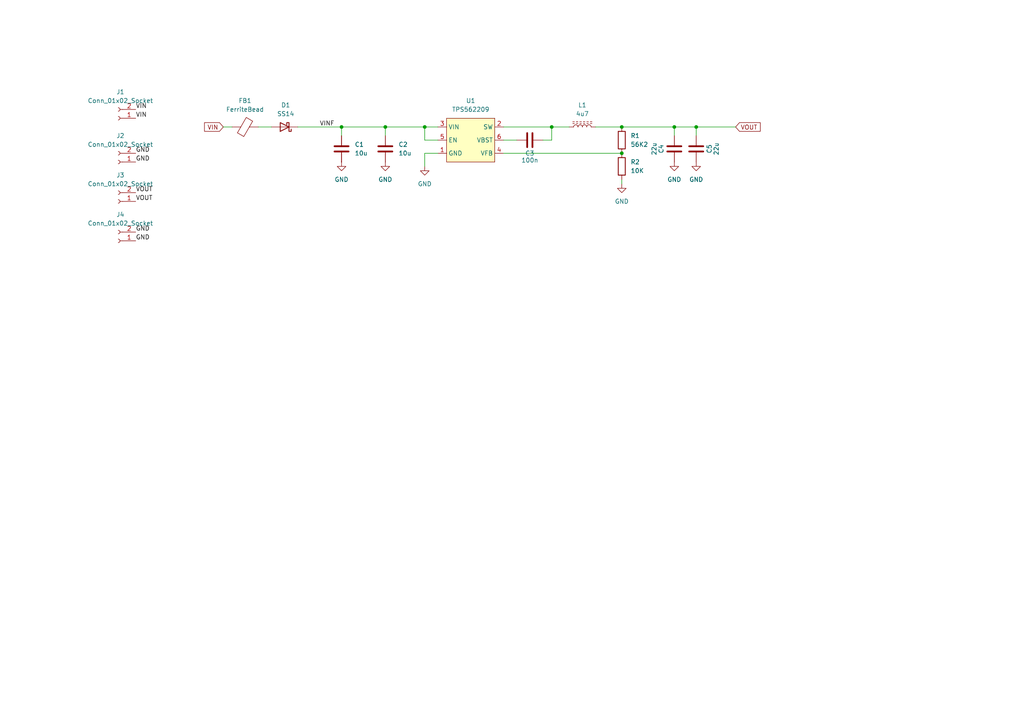
<source format=kicad_sch>
(kicad_sch (version 20250114) (generator "eeschema") (generator_version "9.0")
  (paper "A4")
  (title_block (title "5V Step-Down Converter (TPS562209)") (date "2025-03-06") (rev "1.0"))
  (lib_symbols
    (symbol "Connector:Conn_01x02_Socket" (pin_names (offset 1.016) (hide yes))
      (property "Reference" "J" (at 0 2.54 0))
      (property "Value" "Conn_01x02_Socket" (at 0 -5.08 0))
      (symbol "Conn_01x02_Socket_1_1"
        (polyline (pts (xy -1.27 0) (xy -0.508 0)) (stroke (width 0.1524)))
        (polyline (pts (xy -1.27 -2.54) (xy -0.508 -2.54)) (stroke (width 0.1524)))
        (arc (start 0 -0.508) (mid -0.5058 0) (end 0 0.508) (stroke (width 0.1524)))
        (arc (start 0 -3.048) (mid -0.5058 -2.54) (end 0 -2.032) (stroke (width 0.1524)))
        (pin passive line (at -5.08 0 0) (length 3.81) (name "Pin_1") (number "1"))
        (pin passive line (at -5.08 -2.54 0) (length 3.81) (name "Pin_2") (number "2"))
      )
    )
    (symbol "Device:C" (pin_numbers (hide yes)) (pin_names (offset 0.254))
      (property "Reference" "C" (at 0.635 2.54 0))
      (property "Value" "C" (at 0.635 -2.54 0))
      (symbol "C_0_1"
        (polyline (pts (xy -2.032 0.762) (xy 2.032 0.762)) (stroke (width 0.508)))
        (polyline (pts (xy -2.032 -0.762) (xy 2.032 -0.762)) (stroke (width 0.508)))
      )
      (symbol "C_1_1"
        (pin passive line (at 0 3.81 270) (length 2.794) (name "~") (number "1"))
        (pin passive line (at 0 -3.81 90) (length 2.794) (name "~") (number "2"))
      )
    )
    (symbol "Device:FerriteBead" (pin_numbers (hide yes)) (pin_names (offset 0))
      (property "Reference" "FB" (at -3.81 0.635 90))
      (property "Value" "FerriteBead" (at 3.81 0 90))
      (symbol "FerriteBead_0_1"
        (polyline (pts (xy -2.7686 0.4064) (xy -1.7018 2.2606) (xy 2.7686 -0.3048) (xy 1.6764 -2.159) (xy -2.7686 0.4064)))
        (polyline (pts (xy 0 1.27) (xy 0 1.2954)))
        (polyline (pts (xy 0 -1.27) (xy 0 -1.2192)))
      )
      (symbol "FerriteBead_1_1"
        (pin passive line (at 0 3.81 270) (length 2.54) (name "~") (number "1"))
        (pin passive line (at 0 -3.81 90) (length 2.54) (name "~") (number "2"))
      )
    )
    (symbol "Device:L_Ferrite" (pin_numbers (hide yes)) (pin_names (offset 1.016) (hide yes))
      (property "Reference" "L" (at -1.27 0 90))
      (property "Value" "L_Ferrite" (at 2.794 0 90))
      (symbol "L_Ferrite_0_1"
        (arc (start 0 2.54) (mid 0.6323 1.905) (end 0 1.27))
        (arc (start 0 1.27) (mid 0.6323 0.635) (end 0 0))
        (arc (start 0 0) (mid 0.6323 -0.635) (end 0 -1.27))
        (arc (start 0 -1.27) (mid 0.6323 -1.905) (end 0 -2.54))
        (polyline (pts (xy 1.016 2.286) (xy 1.016 2.794)))
        (polyline (pts (xy 1.016 1.27) (xy 1.016 1.778)))
        (polyline (pts (xy 1.016 0.254) (xy 1.016 0.762)))
        (polyline (pts (xy 1.016 -0.762) (xy 1.016 -0.254)))
        (polyline (pts (xy 1.016 -1.778) (xy 1.016 -1.27)))
        (polyline (pts (xy 1.016 -2.794) (xy 1.016 -2.286)))
        (polyline (pts (xy 1.524 2.794) (xy 1.524 2.286)))
        (polyline (pts (xy 1.524 1.778) (xy 1.524 1.27)))
        (polyline (pts (xy 1.524 0.762) (xy 1.524 0.254)))
        (polyline (pts (xy 1.524 -0.254) (xy 1.524 -0.762)))
        (polyline (pts (xy 1.524 -1.27) (xy 1.524 -1.778)))
        (polyline (pts (xy 1.524 -2.286) (xy 1.524 -2.794)))
      )
      (symbol "L_Ferrite_1_1"
        (pin passive line (at 0 3.81 270) (length 1.27) (name "1") (number "1"))
        (pin passive line (at 0 -3.81 90) (length 1.27) (name "2") (number "2"))
      )
    )
    (symbol "Device:R" (pin_numbers (hide yes)) (pin_names (offset 0))
      (property "Reference" "R" (at 2.032 0 90))
      (property "Value" "R" (at 0 0 90))
      (symbol "R_0_1"
        (rectangle (start -1.016 -2.54) (end 1.016 2.54) (stroke (width 0.254)))
      )
      (symbol "R_1_1"
        (pin passive line (at 0 3.81 270) (length 1.27) (name "~") (number "1"))
        (pin passive line (at 0 -3.81 90) (length 1.27) (name "~") (number "2"))
      )
    )
    (symbol "Diode:SS14" (pin_numbers (hide yes)) (pin_names (offset 1.016) (hide yes))
      (property "Reference" "D" (at 0 2.54 0))
      (property "Value" "SS14" (at 0 -2.54 0))
      (symbol "SS14_0_1"
        (polyline (pts (xy -1.905 0.635) (xy -1.905 1.27) (xy -1.27 1.27) (xy -1.27 -1.27) (xy -0.635 -1.27) (xy -0.635 -0.635)) (stroke (width 0.254)))
        (polyline (pts (xy 1.27 1.27) (xy 1.27 -1.27) (xy -1.27 0) (xy 1.27 1.27)) (stroke (width 0.254)))
        (polyline (pts (xy 1.27 0) (xy -1.27 0)))
      )
      (symbol "SS14_1_1"
        (pin passive line (at -3.81 0 0) (length 2.54) (name "K") (number "1"))
        (pin passive line (at 3.81 0 180) (length 2.54) (name "A") (number "2"))
      )
    )
    (symbol "Fijas_Library:TPS562209"
      (property "Reference" "U" (at -0.762 9.906 0))
      (property "Value" "TPS562209" (at -0.762 7.62 0))
      (symbol "TPS562209_1_1"
        (rectangle (start -7.62 6.35) (end 6.35 -6.35) (fill (type color) (color 255 255 194 1)))
        (pin power_in line (at -10.16 3.81 0) (length 2.54) (name "VIN") (number "3"))
        (pin input line (at -10.16 0 0) (length 2.54) (name "EN") (number "5"))
        (pin power_in line (at -10.16 -3.81 0) (length 2.54) (name "GND") (number "1"))
        (pin output line (at 8.89 3.81 180) (length 2.54) (name "SW") (number "2"))
        (pin input line (at 8.89 0 180) (length 2.54) (name "VBST") (number "6"))
        (pin input line (at 8.89 -3.81 180) (length 2.54) (name "VFB") (number "4"))
      )
    )
    (symbol "power:GND" (power) (pin_numbers (hide yes)) (pin_names (offset 0) (hide yes))
      (property "Value" "GND" (at 0 -3.81 0))
      (symbol "GND_0_1"
        (polyline (pts (xy 0 0) (xy 0 -1.27) (xy 1.27 -1.27) (xy 0 -2.54) (xy -1.27 -1.27) (xy 0 -1.27)))
      )
      (symbol "GND_1_1"
        (pin power_in line (at 0 0 270) (length 0) (name "~") (number "1"))
      )
    )
  )
  (junction (at 160.02 36.83))
  (junction (at 180.34 44.45))
  (junction (at 195.58 36.83))
  (junction (at 123.19 36.83))
  (junction (at 111.76 36.83))
  (junction (at 201.93 36.83))
  (junction (at 99.06 36.83))
  (junction (at 180.34 36.83))
  (wire (pts (xy 201.93 36.83) (xy 213.36 36.83)))
  (wire (pts (xy 146.05 40.64) (xy 149.86 40.64)))
  (wire (pts (xy 123.19 40.64) (xy 127 40.64)))
  (wire (pts (xy 195.58 39.37) (xy 195.58 36.83)))
  (wire (pts (xy 111.76 36.83) (xy 111.76 39.37)))
  (wire (pts (xy 201.93 39.37) (xy 201.93 36.83)))
  (wire (pts (xy 111.76 36.83) (xy 123.19 36.83)))
  (wire (pts (xy 201.93 36.83) (xy 195.58 36.83)))
  (wire (pts (xy 195.58 36.83) (xy 180.34 36.83)))
  (wire (pts (xy 127 36.83) (xy 123.19 36.83)))
  (wire (pts (xy 146.05 44.45) (xy 180.34 44.45)))
  (wire (pts (xy 172.72 36.83) (xy 180.34 36.83)))
  (wire (pts (xy 160.02 40.64) (xy 160.02 36.83)))
  (wire (pts (xy 86.36 36.83) (xy 99.06 36.83)))
  (wire (pts (xy 123.19 44.45) (xy 127 44.45)))
  (wire (pts (xy 160.02 36.83) (xy 146.05 36.83)))
  (wire (pts (xy 64.77 36.83) (xy 67.31 36.83)))
  (wire (pts (xy 157.48 40.64) (xy 160.02 40.64)))
  (wire (pts (xy 74.93 36.83) (xy 78.74 36.83)))
  (wire (pts (xy 99.06 39.37) (xy 99.06 36.83)))
  (wire (pts (xy 123.19 48.26) (xy 123.19 44.45)))
  (wire (pts (xy 99.06 36.83) (xy 111.76 36.83)))
  (wire (pts (xy 160.02 36.83) (xy 165.1 36.83)))
  (wire (pts (xy 180.34 52.07) (xy 180.34 53.34)))
  (wire (pts (xy 123.19 36.83) (xy 123.19 40.64)))
  (label "VINF" (at 92.71 36.83 0))
  (label "VOUT" (at 39.37 58.42 0))
  (label "VIN" (at 39.37 31.75 0))
  (label "VOUT" (at 39.37 55.88 0))
  (label "VIN" (at 39.37 34.29 0))
  (label "GND" (at 39.37 44.45 0))
  (label "GND" (at 39.37 46.99 0))
  (label "GND" (at 39.37 69.85 0))
  (label "GND" (at 39.37 67.31 0))
  (global_label "VOUT" (shape input) (at 213.36 36.83 0) (property "Intersheetrefs" "${INTERSHEET_REFS}" (effects (hide yes))))
  (global_label "VIN" (shape input) (at 64.77 36.83 180) (property "Intersheetrefs" "${INTERSHEET_REFS}" (effects (hide yes))))
  (symbol (lib_id "Connector:Conn_01x02_Socket") (at 34.29 46.99 180) (unit 1)
    (property "Reference" "J2" (at 34.925 39.37 0))
    (property "Value" "Conn_01x02_Socket" (at 34.925 41.91 0))
    (property "Footprint" "Connector_PinHeader_2.54mm:PinHeader_1x02_P2.54mm_Vertical" (effects (hide yes)))
    (property "Description" "Generic connector, single row, 01x02, script generated" (effects (hide yes)))
  )
  (symbol (lib_id "Connector:Conn_01x02_Socket") (at 34.29 34.29 180) (unit 1)
    (property "Reference" "J1" (at 34.925 26.67 0))
    (property "Value" "Conn_01x02_Socket" (at 34.925 29.21 0))
    (property "Footprint" "Connector_PinHeader_2.54mm:PinHeader_1x02_P2.54mm_Vertical" (effects (hide yes)))
    (property "Description" "Generic connector, single row, 01x02, script generated" (effects (hide yes)))
  )
  (symbol (lib_id "Device:R") (at 180.34 40.64 0) (unit 1)
    (property "Reference" "R1" (at 182.88 39.3699 0) (effects (justify left)))
    (property "Value" "56K2" (at 182.88 41.9099 0) (effects (justify left)))
    (property "Footprint" "Resistor_SMD:R_0805_2012Metric_Pad1.20x1.40mm_HandSolder" (effects (hide yes)))
    (property "Description" "Resistor" (effects (hide yes)))
  )
  (symbol (lib_id "Fijas_Library:TPS562209") (at 137.16 40.64 0) (unit 1)
    (property "Reference" "U1" (at 136.525 29.21 0))
    (property "Value" "TPS562209" (at 136.525 31.75 0))
    (property "Footprint" "Package_TO_SOT_SMD:SOT-23-6_Handsoldering" (effects (hide yes)))
    (property "Datasheet" "https://www.lcsc.com/datasheet/lcsc_datasheet_2410010131_Texas-Instruments-TPS562209DDCR_C411814.pdf" (effects (hide yes)))
    (property "Description" "2A Synchronous Step-Down Voltage Regulator" (effects (hide yes)))
  )
  (symbol (lib_id "power:GND") (at 99.06 46.99 0) (unit 1)
    (property "Reference" "#PWR02" (effects (hide yes)))
    (property "Value" "GND" (at 99.06 52.07 0))
    (property "Description" "Power symbol creates a global label with name \"GND\" , ground" (effects (hide yes)))
  )
  (symbol (lib_id "Connector:Conn_01x02_Socket") (at 34.29 69.85 180) (unit 1)
    (property "Reference" "J4" (at 34.925 62.23 0))
    (property "Value" "Conn_01x02_Socket" (at 34.925 64.77 0))
    (property "Footprint" "Connector_PinHeader_2.54mm:PinHeader_1x02_P2.54mm_Vertical" (effects (hide yes)))
    (property "Description" "Generic connector, single row, 01x02, script generated" (effects (hide yes)))
  )
  (symbol (lib_id "Device:C") (at 153.67 40.64 270) (unit 1)
    (property "Reference" "C3" (at 153.67 44.45 90))
    (property "Value" "100n" (at 153.67 46.482 90))
    (property "Footprint" "Capacitor_SMD:C_0805_2012Metric_Pad1.18x1.45mm_HandSolder" (effects (hide yes)))
    (property "Description" "Unpolarized capacitor" (effects (hide yes)))
  )
  (symbol (lib_id "Device:C") (at 111.76 43.18 0) (unit 1)
    (property "Reference" "C2" (at 115.57 41.9099 0) (effects (justify left)))
    (property "Value" "10u" (at 115.57 44.4499 0) (effects (justify left)))
    (property "Footprint" "Capacitor_SMD:C_0805_2012Metric_Pad1.18x1.45mm_HandSolder" (effects (hide yes)))
    (property "Description" "Unpolarized capacitor" (effects (hide yes)))
  )
  (symbol (lib_id "Diode:SS14") (at 82.55 36.83 180) (unit 1)
    (property "Reference" "D1" (at 82.8675 30.48 0))
    (property "Value" "SS14" (at 82.8675 33.02 0))
    (property "Footprint" "Diode_SMD:D_SMA" (effects (hide yes)))
    (property "Datasheet" "https://www.vishay.com/docs/88746/ss12.pdf" (effects (hide yes)))
    (property "Description" "40V 1A Schottky Diode, SMA" (effects (hide yes)))
  )
  (symbol (lib_id "Device:C") (at 195.58 43.18 180) (unit 1)
    (property "Reference" "C4" (at 191.77 43.18 90))
    (property "Value" "22u" (at 189.738 43.18 90))
    (property "Footprint" "Capacitor_SMD:C_0805_2012Metric_Pad1.18x1.45mm_HandSolder" (effects (hide yes)))
    (property "Description" "Unpolarized capacitor" (effects (hide yes)))
  )
  (symbol (lib_id "Device:L_Ferrite") (at 168.91 36.83 90) (unit 1)
    (property "Reference" "L1" (at 168.91 30.48 90))
    (property "Value" "4u7" (at 168.91 33.02 90))
    (property "Footprint" "Inductor_SMD:L_Bourns_SRN6045TA" (effects (hide yes)))
    (property "Description" "Inductor with ferrite core" (effects (hide yes)))
  )
  (symbol (lib_id "power:GND") (at 195.58 46.99 0) (unit 1)
    (property "Reference" "#PWR05" (effects (hide yes)))
    (property "Value" "GND" (at 195.58 52.07 0))
    (property "Description" "Power symbol creates a global label with name \"GND\" , ground" (effects (hide yes)))
  )
  (symbol (lib_id "power:GND") (at 201.93 46.99 0) (unit 1)
    (property "Reference" "#PWR06" (effects (hide yes)))
    (property "Value" "GND" (at 201.93 52.07 0))
    (property "Description" "Power symbol creates a global label with name \"GND\" , ground" (effects (hide yes)))
  )
  (symbol (lib_id "Connector:Conn_01x02_Socket") (at 34.29 58.42 180) (unit 1)
    (property "Reference" "J3" (at 34.925 50.8 0))
    (property "Value" "Conn_01x02_Socket" (at 34.925 53.34 0))
    (property "Footprint" "Connector_PinHeader_2.54mm:PinHeader_1x02_P2.54mm_Vertical" (effects (hide yes)))
    (property "Description" "Generic connector, single row, 01x02, script generated" (effects (hide yes)))
  )
  (symbol (lib_id "Device:FerriteBead") (at 71.12 36.83 90) (unit 1)
    (property "Reference" "FB1" (at 71.0692 29.21 90))
    (property "Value" "FerriteBead" (at 71.0692 31.75 90))
    (property "Footprint" "Inductor_SMD:L_0805_2012Metric_Pad1.05x1.20mm_HandSolder" (effects (hide yes)))
    (property "Description" "Ferrite bead" (effects (hide yes)))
  )
  (symbol (lib_id "Device:C") (at 201.93 43.18 0) (unit 1)
    (property "Reference" "C5" (at 205.74 43.18 90))
    (property "Value" "22u" (at 207.772 43.18 90))
    (property "Footprint" "Capacitor_SMD:C_0805_2012Metric_Pad1.18x1.45mm_HandSolder" (effects (hide yes)))
    (property "Description" "Unpolarized capacitor" (effects (hide yes)))
  )
  (symbol (lib_id "Device:C") (at 99.06 43.18 0) (unit 1)
    (property "Reference" "C1" (at 102.87 41.9099 0) (effects (justify left)))
    (property "Value" "10u" (at 102.87 44.4499 0) (effects (justify left)))
    (property "Footprint" "Capacitor_SMD:C_0805_2012Metric_Pad1.18x1.45mm_HandSolder" (effects (hide yes)))
    (property "Description" "Unpolarized capacitor" (effects (hide yes)))
  )
  (symbol (lib_id "power:GND") (at 111.76 46.99 0) (unit 1)
    (property "Reference" "#PWR03" (effects (hide yes)))
    (property "Value" "GND" (at 111.76 52.07 0))
    (property "Description" "Power symbol creates a global label with name \"GND\" , ground" (effects (hide yes)))
  )
  (symbol (lib_id "power:GND") (at 123.19 48.26 0) (unit 1)
    (property "Reference" "#PWR01" (effects (hide yes)))
    (property "Value" "GND" (at 123.19 53.34 0))
    (property "Description" "Power symbol creates a global label with name \"GND\" , ground" (effects (hide yes)))
  )
  (symbol (lib_id "Device:R") (at 180.34 48.26 0) (unit 1)
    (property "Reference" "R2" (at 182.88 46.9899 0) (effects (justify left)))
    (property "Value" "10K" (at 182.88 49.5299 0) (effects (justify left)))
    (property "Footprint" "Resistor_SMD:R_0805_2012Metric_Pad1.20x1.40mm_HandSolder" (effects (hide yes)))
    (property "Description" "Resistor" (effects (hide yes)))
  )
  (symbol (lib_id "power:GND") (at 180.34 53.34 0) (unit 1)
    (property "Reference" "#PWR04" (effects (hide yes)))
    (property "Value" "GND" (at 180.34 58.42 0))
    (property "Description" "Power symbol creates a global label with name \"GND\" , ground" (effects (hide yes)))
  )
)
</source>
